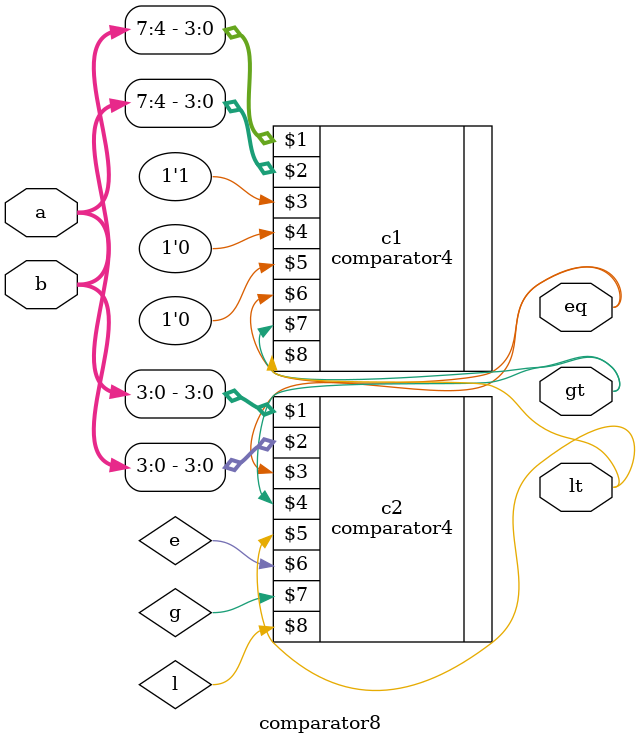
<source format=v>

module comparator8(eq,lt,gt,a,b);
input [7:0] a, b; 
output eq,gt,lt;
wire e,g,l;

comparator4 c1(a[7:4],b[7:4], {1'b1},{1'b0},{1'b0},eq,gt,lt);
comparator4 c2(a[3:0],b[3:0],eq,gt,lt,e,g,l);

endmodule

</source>
